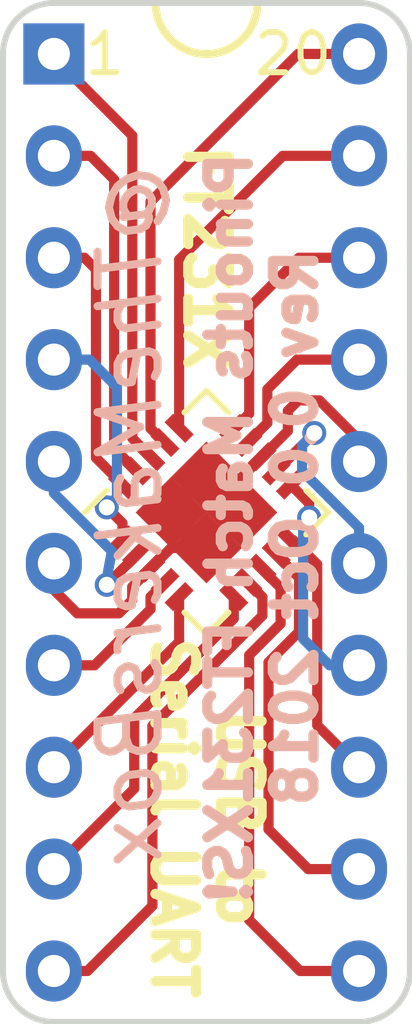
<source format=kicad_pcb>
(kicad_pcb (version 4) (host pcbnew 4.0.6)

  (general
    (links 25)
    (no_connects 0)
    (area 152.324999 92.634999 162.635001 118.185001)
    (thickness 1.6)
    (drawings 12)
    (tracks 122)
    (zones 0)
    (modules 2)
    (nets 20)
  )

  (page A4)
  (layers
    (0 F.Cu signal hide)
    (31 B.Cu signal hide)
    (32 B.Adhes user)
    (33 F.Adhes user)
    (34 B.Paste user)
    (35 F.Paste user)
    (36 B.SilkS user)
    (37 F.SilkS user)
    (38 B.Mask user)
    (39 F.Mask user)
    (40 Dwgs.User user)
    (41 Cmts.User user)
    (42 Eco1.User user)
    (43 Eco2.User user)
    (44 Edge.Cuts user)
    (45 Margin user)
    (46 B.CrtYd user)
    (47 F.CrtYd user)
    (48 B.Fab user)
    (49 F.Fab user)
  )

  (setup
    (last_trace_width 0.25)
    (user_trace_width 0.254)
    (user_trace_width 0.3048)
    (trace_clearance 0.2)
    (zone_clearance 0.508)
    (zone_45_only no)
    (trace_min 0.2)
    (segment_width 0.2)
    (edge_width 0.15)
    (via_size 0.6)
    (via_drill 0.4)
    (via_min_size 0.4)
    (via_min_drill 0.3)
    (uvia_size 0.3)
    (uvia_drill 0.1)
    (uvias_allowed no)
    (uvia_min_size 0.2)
    (uvia_min_drill 0.1)
    (pcb_text_width 0.3)
    (pcb_text_size 1.5 1.5)
    (mod_edge_width 0.15)
    (mod_text_size 1 1)
    (mod_text_width 0.15)
    (pad_size 1.397 1.524)
    (pad_drill 0.8)
    (pad_to_mask_clearance 0.0254)
    (aux_axis_origin 0 0)
    (visible_elements 7FFFFFFF)
    (pcbplotparams
      (layerselection 0x00030_80000001)
      (usegerberextensions false)
      (excludeedgelayer true)
      (linewidth 0.100000)
      (plotframeref false)
      (viasonmask false)
      (mode 1)
      (useauxorigin false)
      (hpglpennumber 1)
      (hpglpenspeed 20)
      (hpglpendiameter 15)
      (hpglpenoverlay 2)
      (psnegative false)
      (psa4output false)
      (plotreference true)
      (plotvalue true)
      (plotinvisibletext false)
      (padsonsilk false)
      (subtractmaskfromsilk false)
      (outputformat 1)
      (mirror false)
      (drillshape 1)
      (scaleselection 1)
      (outputdirectory ""))
  )

  (net 0 "")
  (net 1 "Net-(U1-Pad1)")
  (net 2 "Net-(U1-Pad2)")
  (net 3 "Net-(U1-Pad4)")
  (net 4 "Net-(U1-Pad5)")
  (net 5 "Net-(U1-Pad6)")
  (net 6 "Net-(U1-Pad7)")
  (net 7 "Net-(U1-Pad8)")
  (net 8 "Net-(U1-Pad9)")
  (net 9 "Net-(U1-Pad10)")
  (net 10 "Net-(U1-Pad11)")
  (net 11 "Net-(U1-Pad12)")
  (net 12 "Net-(U1-Pad14)")
  (net 13 "Net-(U1-Pad15)")
  (net 14 "Net-(U1-Pad16)")
  (net 15 "Net-(U1-Pad17)")
  (net 16 "Net-(U1-Pad18)")
  (net 17 "Net-(U1-Pad19)")
  (net 18 "Net-(U1-Pad20)")
  (net 19 GND)

  (net_class Default "This is the default net class."
    (clearance 0.2)
    (trace_width 0.25)
    (via_dia 0.6)
    (via_drill 0.4)
    (uvia_dia 0.3)
    (uvia_drill 0.1)
    (add_net GND)
    (add_net "Net-(U1-Pad1)")
    (add_net "Net-(U1-Pad10)")
    (add_net "Net-(U1-Pad11)")
    (add_net "Net-(U1-Pad12)")
    (add_net "Net-(U1-Pad14)")
    (add_net "Net-(U1-Pad15)")
    (add_net "Net-(U1-Pad16)")
    (add_net "Net-(U1-Pad17)")
    (add_net "Net-(U1-Pad18)")
    (add_net "Net-(U1-Pad19)")
    (add_net "Net-(U1-Pad2)")
    (add_net "Net-(U1-Pad20)")
    (add_net "Net-(U1-Pad4)")
    (add_net "Net-(U1-Pad5)")
    (add_net "Net-(U1-Pad6)")
    (add_net "Net-(U1-Pad7)")
    (add_net "Net-(U1-Pad8)")
    (add_net "Net-(U1-Pad9)")
  )

  (module Housings_DIP:DIP-20_W7.62mm (layer F.Cu) (tedit 5BB6A5B8) (tstamp 5BB504EE)
    (at 153.67 93.98)
    (descr "20-lead though-hole mounted DIP package, row spacing 7.62 mm (300 mils)")
    (tags "THT DIP DIL PDIP 2.54mm 7.62mm 300mil")
    (path /5BB502B8)
    (fp_text reference U2 (at 3.81 -2.33) (layer F.SilkS) hide
      (effects (font (size 1 1) (thickness 0.15)))
    )
    (fp_text value FT231XS (at 3.81 25.19) (layer F.Fab)
      (effects (font (size 1 1) (thickness 0.15)))
    )
    (fp_text user 20 (at 5.969 0) (layer F.SilkS)
      (effects (font (size 1 1) (thickness 0.15)))
    )
    (fp_text user 1 (at 1.27 0) (layer F.SilkS)
      (effects (font (size 1 1) (thickness 0.15)))
    )
    (fp_arc (start 3.81 -1.27) (end 5.08 -1.27) (angle 90) (layer F.SilkS) (width 0.2))
    (fp_arc (start 3.81 -1.27) (end 3.81 0) (angle 90) (layer F.SilkS) (width 0.2))
    (fp_line (start 1.635 -1.27) (end 6.985 -1.27) (layer F.Fab) (width 0.1))
    (fp_line (start 6.985 -1.27) (end 6.985 24.13) (layer F.Fab) (width 0.1))
    (fp_line (start 6.985 24.13) (end 0.635 24.13) (layer F.Fab) (width 0.1))
    (fp_line (start 0.635 24.13) (end 0.635 -0.27) (layer F.Fab) (width 0.1))
    (fp_line (start 0.635 -0.27) (end 1.635 -1.27) (layer F.Fab) (width 0.1))
    (fp_line (start -1.1 -1.55) (end -1.1 24.4) (layer F.CrtYd) (width 0.05))
    (fp_line (start -1.1 24.4) (end 8.7 24.4) (layer F.CrtYd) (width 0.05))
    (fp_line (start 8.7 24.4) (end 8.7 -1.55) (layer F.CrtYd) (width 0.05))
    (fp_line (start 8.7 -1.55) (end -1.1 -1.55) (layer F.CrtYd) (width 0.05))
    (fp_text user %R (at 3.81 11.43) (layer F.Fab)
      (effects (font (size 1 1) (thickness 0.15)))
    )
    (pad 1 thru_hole rect (at 0 0) (size 1.524 1.524) (drill 0.8) (layers *.Cu *.Mask)
      (net 16 "Net-(U1-Pad18)"))
    (pad 11 thru_hole oval (at 7.62 22.86) (size 1.397 1.524) (drill 0.8) (layers *.Cu *.Mask)
      (net 7 "Net-(U1-Pad8)"))
    (pad 2 thru_hole oval (at 0 2.54) (size 1.397 1.524) (drill 0.8) (layers *.Cu *.Mask)
      (net 17 "Net-(U1-Pad19)"))
    (pad 12 thru_hole oval (at 7.62 20.32) (size 1.397 1.524) (drill 0.8) (layers *.Cu *.Mask)
      (net 8 "Net-(U1-Pad9)"))
    (pad 3 thru_hole oval (at 0 5.08) (size 1.397 1.524) (drill 0.8) (layers *.Cu *.Mask)
      (net 18 "Net-(U1-Pad20)"))
    (pad 13 thru_hole oval (at 7.62 17.78) (size 1.397 1.524) (drill 0.8) (layers *.Cu *.Mask)
      (net 9 "Net-(U1-Pad10)"))
    (pad 4 thru_hole oval (at 0 7.62) (size 1.397 1.524) (drill 0.8) (layers *.Cu *.Mask)
      (net 1 "Net-(U1-Pad1)"))
    (pad 14 thru_hole oval (at 7.62 15.24) (size 1.397 1.524) (drill 0.8) (layers *.Cu *.Mask)
      (net 10 "Net-(U1-Pad11)"))
    (pad 5 thru_hole oval (at 0 10.16) (size 1.397 1.524) (drill 0.8) (layers *.Cu *.Mask)
      (net 2 "Net-(U1-Pad2)"))
    (pad 15 thru_hole oval (at 7.62 12.7) (size 1.397 1.524) (drill 0.8) (layers *.Cu *.Mask)
      (net 11 "Net-(U1-Pad12)"))
    (pad 6 thru_hole oval (at 0 12.7) (size 1.397 1.524) (drill 0.8) (layers *.Cu *.Mask)
      (net 19 GND))
    (pad 16 thru_hole oval (at 7.62 10.16) (size 1.397 1.524) (drill 0.8) (layers *.Cu *.Mask)
      (net 19 GND))
    (pad 7 thru_hole oval (at 0 15.24) (size 1.397 1.524) (drill 0.8) (layers *.Cu *.Mask)
      (net 3 "Net-(U1-Pad4)"))
    (pad 17 thru_hole oval (at 7.62 7.62) (size 1.397 1.524) (drill 0.8) (layers *.Cu *.Mask)
      (net 12 "Net-(U1-Pad14)"))
    (pad 8 thru_hole oval (at 0 17.78) (size 1.397 1.524) (drill 0.8) (layers *.Cu *.Mask)
      (net 4 "Net-(U1-Pad5)"))
    (pad 18 thru_hole oval (at 7.62 5.08) (size 1.397 1.524) (drill 0.8) (layers *.Cu *.Mask)
      (net 13 "Net-(U1-Pad15)"))
    (pad 9 thru_hole oval (at 0 20.32) (size 1.397 1.524) (drill 0.8) (layers *.Cu *.Mask)
      (net 5 "Net-(U1-Pad6)"))
    (pad 19 thru_hole oval (at 7.62 2.54) (size 1.397 1.524) (drill 0.8) (layers *.Cu *.Mask)
      (net 14 "Net-(U1-Pad16)"))
    (pad 10 thru_hole oval (at 0 22.86) (size 1.397 1.524) (drill 0.8) (layers *.Cu *.Mask)
      (net 6 "Net-(U1-Pad7)"))
    (pad 20 thru_hole oval (at 7.62 0) (size 1.397 1.524) (drill 0.8) (layers *.Cu *.Mask)
      (net 15 "Net-(U1-Pad17)"))
  )

  (module Housings_DFN_QFN:QFN-20-1EP_4x4mm_Pitch0.5mm (layer F.Cu) (tedit 5BB513D9) (tstamp 5BB504D6)
    (at 157.48 105.41 45)
    (descr "20-Lead Plastic Quad Flat, No Lead Package (ML) - 4x4x0.9 mm Body [QFN]; (see Microchip Packaging Specification 00000049BS.pdf)")
    (tags "QFN 0.5")
    (path /5BB502F2)
    (attr smd)
    (fp_text reference U1 (at 0 -3.33 45) (layer F.SilkS) hide
      (effects (font (size 1 1) (thickness 0.15)))
    )
    (fp_text value FT231XQ (at 0 3.33 45) (layer F.Fab)
      (effects (font (size 1 1) (thickness 0.15)))
    )
    (fp_line (start -1 -2) (end 2 -2) (layer F.Fab) (width 0.15))
    (fp_line (start 2 -2) (end 2 2) (layer F.Fab) (width 0.15))
    (fp_line (start 2 2) (end -2 2) (layer F.Fab) (width 0.15))
    (fp_line (start -2 2) (end -2 -1) (layer F.Fab) (width 0.15))
    (fp_line (start -2 -1) (end -1 -2) (layer F.Fab) (width 0.15))
    (fp_line (start -2.6 -2.6) (end -2.6 2.6) (layer F.CrtYd) (width 0.05))
    (fp_line (start 2.6 -2.6) (end 2.6 2.6) (layer F.CrtYd) (width 0.05))
    (fp_line (start -2.6 -2.6) (end 2.6 -2.6) (layer F.CrtYd) (width 0.05))
    (fp_line (start -2.6 2.6) (end 2.6 2.6) (layer F.CrtYd) (width 0.05))
    (fp_line (start 2.15 -2.15) (end 2.15 -1.375) (layer F.SilkS) (width 0.15))
    (fp_line (start -2.15 2.15) (end -2.15 1.375) (layer F.SilkS) (width 0.15))
    (fp_line (start 2.15 2.15) (end 2.15 1.375) (layer F.SilkS) (width 0.15))
    (fp_line (start -2.15 -2.15) (end -1.375 -2.15) (layer F.SilkS) (width 0.15))
    (fp_line (start -2.15 2.15) (end -1.375 2.15) (layer F.SilkS) (width 0.15))
    (fp_line (start 2.15 2.15) (end 1.375 2.15) (layer F.SilkS) (width 0.15))
    (fp_line (start 2.15 -2.15) (end 1.375 -2.15) (layer F.SilkS) (width 0.15))
    (pad 1 smd rect (at -1.965 -1 45) (size 0.73 0.3) (layers F.Cu F.Paste F.Mask)
      (net 1 "Net-(U1-Pad1)"))
    (pad 2 smd rect (at -1.965 -0.5 45) (size 0.73 0.3) (layers F.Cu F.Paste F.Mask)
      (net 2 "Net-(U1-Pad2)"))
    (pad 3 smd rect (at -1.965 0 45) (size 0.73 0.3) (layers F.Cu F.Paste F.Mask)
      (net 19 GND))
    (pad 4 smd rect (at -1.965 0.5 45) (size 0.73 0.3) (layers F.Cu F.Paste F.Mask)
      (net 3 "Net-(U1-Pad4)"))
    (pad 5 smd rect (at -1.965 1 45) (size 0.73 0.3) (layers F.Cu F.Paste F.Mask)
      (net 4 "Net-(U1-Pad5)"))
    (pad 6 smd rect (at -1 1.965 135) (size 0.73 0.3) (layers F.Cu F.Paste F.Mask)
      (net 5 "Net-(U1-Pad6)"))
    (pad 7 smd rect (at -0.5 1.965 135) (size 0.73 0.3) (layers F.Cu F.Paste F.Mask)
      (net 6 "Net-(U1-Pad7)"))
    (pad 8 smd rect (at 0 1.965 135) (size 0.73 0.3) (layers F.Cu F.Paste F.Mask)
      (net 7 "Net-(U1-Pad8)"))
    (pad 9 smd rect (at 0.5 1.965 135) (size 0.73 0.3) (layers F.Cu F.Paste F.Mask)
      (net 8 "Net-(U1-Pad9)"))
    (pad 10 smd rect (at 1 1.965 135) (size 0.73 0.3) (layers F.Cu F.Paste F.Mask)
      (net 9 "Net-(U1-Pad10)"))
    (pad 11 smd rect (at 1.965 1 45) (size 0.73 0.3) (layers F.Cu F.Paste F.Mask)
      (net 10 "Net-(U1-Pad11)"))
    (pad 12 smd rect (at 1.965 0.5 45) (size 0.73 0.3) (layers F.Cu F.Paste F.Mask)
      (net 11 "Net-(U1-Pad12)"))
    (pad 13 smd rect (at 1.965 0 45) (size 0.73 0.3) (layers F.Cu F.Paste F.Mask)
      (net 19 GND))
    (pad 14 smd rect (at 1.965 -0.5 45) (size 0.73 0.3) (layers F.Cu F.Paste F.Mask)
      (net 12 "Net-(U1-Pad14)"))
    (pad 15 smd rect (at 1.965 -1 45) (size 0.73 0.3) (layers F.Cu F.Paste F.Mask)
      (net 13 "Net-(U1-Pad15)"))
    (pad 16 smd rect (at 1 -1.965 135) (size 0.73 0.3) (layers F.Cu F.Paste F.Mask)
      (net 14 "Net-(U1-Pad16)"))
    (pad 17 smd rect (at 0.5 -1.965 135) (size 0.73 0.3) (layers F.Cu F.Paste F.Mask)
      (net 15 "Net-(U1-Pad17)"))
    (pad 18 smd rect (at 0 -1.965 135) (size 0.73 0.3) (layers F.Cu F.Paste F.Mask)
      (net 16 "Net-(U1-Pad18)"))
    (pad 19 smd rect (at -0.5 -1.965 135) (size 0.73 0.3) (layers F.Cu F.Paste F.Mask)
      (net 17 "Net-(U1-Pad19)"))
    (pad 20 smd rect (at -1 -1.965 135) (size 0.73 0.3) (layers F.Cu F.Paste F.Mask)
      (net 18 "Net-(U1-Pad20)"))
    (pad 21 smd rect (at 0.625 0.625 45) (size 1.25 1.25) (layers F.Cu F.Paste F.Mask)
      (net 19 GND) (solder_paste_margin_ratio -0.2))
    (pad 21 smd rect (at 0.625 -0.625 45) (size 1.25 1.25) (layers F.Cu F.Paste F.Mask)
      (net 19 GND) (solder_paste_margin_ratio -0.2))
    (pad 21 smd rect (at -0.625 0.625 45) (size 1.25 1.25) (layers F.Cu F.Paste F.Mask)
      (net 19 GND) (solder_paste_margin_ratio -0.2))
    (pad 21 smd rect (at -0.625 -0.625 45) (size 1.25 1.25) (layers F.Cu F.Paste F.Mask)
      (net 19 GND) (solder_paste_margin_ratio -0.2))
    (model ${KISYS3DMOD}/Housings_DFN_QFN.3dshapes/QFN-20-1EP_4x4mm_Pitch0.5mm.wrl
      (at (xyz 0 0 0))
      (scale (xyz 1 1 1))
      (rotate (xyz 0 0 0))
    )
  )

  (gr_text "USB to\nSerial UART" (at 157.48 113.03 270) (layer F.SilkS)
    (effects (font (size 1.016 1.016) (thickness 0.254)))
  )
  (gr_text "Pinouts Match FT231XS!\nRev 0.0 Oct 2018" (at 158.877 105.791 90) (layer B.SilkS)
    (effects (font (size 1.016 1.016) (thickness 0.254)) (justify mirror))
  )
  (gr_text @TheMakersBox (at 155.575 105.41 90) (layer B.SilkS)
    (effects (font (size 1.5 1.5) (thickness 0.2) italic) (justify mirror))
  )
  (gr_text FT231X (at 157.48 99.06 270) (layer F.SilkS)
    (effects (font (size 1.016 1.016) (thickness 0.254)))
  )
  (gr_line (start 152.4 93.98) (end 152.4 116.84) (angle 90) (layer Edge.Cuts) (width 0.15))
  (gr_line (start 161.29 92.71) (end 153.67 92.71) (angle 90) (layer Edge.Cuts) (width 0.15))
  (gr_line (start 162.56 116.84) (end 162.56 93.98) (angle 90) (layer Edge.Cuts) (width 0.15))
  (gr_line (start 153.67 118.11) (end 161.29 118.11) (angle 90) (layer Edge.Cuts) (width 0.15))
  (gr_arc (start 161.29 116.84) (end 162.56 116.84) (angle 90) (layer Edge.Cuts) (width 0.15))
  (gr_arc (start 153.67 116.84) (end 153.67 118.11) (angle 90) (layer Edge.Cuts) (width 0.15))
  (gr_arc (start 161.29 93.98) (end 161.29 92.71) (angle 90) (layer Edge.Cuts) (width 0.15))
  (gr_arc (start 153.67 93.98) (end 152.4 93.98) (angle 90) (layer Edge.Cuts) (width 0.15))

  (segment (start 155.383428 106.092358) (end 155.383428 105.675628) (width 0.254) (layer F.Cu) (net 1))
  (segment (start 154.559 101.6) (end 153.67 101.6) (width 0.254) (layer B.Cu) (net 1) (tstamp 5BB5090A))
  (segment (start 155.2448 102.2858) (end 154.559 101.6) (width 0.254) (layer B.Cu) (net 1) (tstamp 5BB50908))
  (segment (start 155.2448 105.029) (end 155.2448 102.2858) (width 0.254) (layer B.Cu) (net 1) (tstamp 5BB50907))
  (segment (start 154.9908 105.283) (end 155.2448 105.029) (width 0.254) (layer B.Cu) (net 1) (tstamp 5BB50906))
  (via (at 154.9908 105.283) (size 0.6) (drill 0.4) (layers F.Cu B.Cu) (net 1))
  (segment (start 155.383428 105.675628) (end 154.9908 105.283) (width 0.254) (layer F.Cu) (net 1) (tstamp 5BB508FB))
  (segment (start 155.736982 106.445911) (end 155.736982 106.467218) (width 0.254) (layer F.Cu) (net 2))
  (segment (start 155.736982 106.467218) (end 154.9908 107.2134) (width 0.254) (layer F.Cu) (net 2) (tstamp 5BB50912))
  (via (at 154.9908 107.2134) (size 0.6) (drill 0.4) (layers F.Cu B.Cu) (net 2))
  (segment (start 154.9908 107.2134) (end 154.9654 107.188) (width 0.254) (layer B.Cu) (net 2) (tstamp 5BB50917))
  (segment (start 154.9654 107.188) (end 155.1178 106.3752) (width 0.254) (layer B.Cu) (net 2) (tstamp 5BB50918))
  (segment (start 155.1178 106.3752) (end 153.67 104.9274) (width 0.254) (layer B.Cu) (net 2) (tstamp 5BB50919))
  (segment (start 153.67 104.9274) (end 153.67 104.14) (width 0.254) (layer B.Cu) (net 2) (tstamp 5BB5091C))
  (segment (start 156.444089 107.153018) (end 156.444089 107.153913) (width 0.254) (layer F.Cu) (net 3))
  (segment (start 156.444089 107.153913) (end 156.083 107.515002) (width 0.254) (layer F.Cu) (net 3) (tstamp 5BB50954))
  (segment (start 156.083 107.515002) (end 156.083 107.823) (width 0.254) (layer F.Cu) (net 3) (tstamp 5BB50957))
  (segment (start 156.083 107.823) (end 154.686 109.22) (width 0.254) (layer F.Cu) (net 3) (tstamp 5BB5095C))
  (segment (start 154.686 109.22) (end 153.67 109.22) (width 0.254) (layer F.Cu) (net 3) (tstamp 5BB50960))
  (segment (start 156.797642 107.506572) (end 156.797642 108.632358) (width 0.254) (layer F.Cu) (net 4))
  (segment (start 156.797642 108.632358) (end 153.67 111.76) (width 0.254) (layer F.Cu) (net 4) (tstamp 5BB50964))
  (segment (start 158.162358 107.506572) (end 158.162358 108.055042) (width 0.254) (layer F.Cu) (net 5))
  (segment (start 155.6766 112.2934) (end 153.67 114.3) (width 0.254) (layer F.Cu) (net 5) (tstamp 5BB50977))
  (segment (start 155.6766 110.5408) (end 155.6766 112.2934) (width 0.254) (layer F.Cu) (net 5) (tstamp 5BB50975))
  (segment (start 158.162358 108.055042) (end 155.6766 110.5408) (width 0.254) (layer F.Cu) (net 5) (tstamp 5BB50970))
  (segment (start 158.515911 107.153018) (end 158.515911 107.157111) (width 0.254) (layer F.Cu) (net 6))
  (segment (start 158.515911 107.157111) (end 158.877 107.5182) (width 0.254) (layer F.Cu) (net 6) (tstamp 5BB51140))
  (segment (start 156.130602 115.217598) (end 154.5082 116.84) (width 0.254) (layer F.Cu) (net 6) (tstamp 5BB509EC))
  (segment (start 154.5082 116.84) (end 153.67 116.84) (width 0.254) (layer F.Cu) (net 6) (tstamp 5BB509F1))
  (segment (start 156.130602 110.772598) (end 156.130602 115.217598) (width 0.254) (layer F.Cu) (net 6))
  (segment (start 156.130602 110.728854) (end 156.130602 110.772598) (width 0.254) (layer F.Cu) (net 6) (tstamp 5BB51150))
  (segment (start 158.877 107.982456) (end 156.130602 110.728854) (width 0.254) (layer F.Cu) (net 6) (tstamp 5BB5114D))
  (segment (start 158.877 107.5182) (end 158.877 107.982456) (width 0.254) (layer F.Cu) (net 6) (tstamp 5BB51148))
  (segment (start 158.515911 107.153018) (end 158.537218 107.153018) (width 0.254) (layer F.Cu) (net 6))
  (segment (start 158.869465 106.799465) (end 158.869465 106.824865) (width 0.254) (layer F.Cu) (net 7))
  (segment (start 158.869465 106.824865) (end 159.331002 107.286402) (width 0.254) (layer F.Cu) (net 7) (tstamp 5BB5116E))
  (segment (start 159.331002 107.286402) (end 159.331002 108.181798) (width 0.254) (layer F.Cu) (net 7) (tstamp 5BB51173))
  (segment (start 159.331002 108.181798) (end 158.5468 108.966) (width 0.254) (layer F.Cu) (net 7) (tstamp 5BB51175))
  (segment (start 158.5468 108.966) (end 158.5468 115.57) (width 0.254) (layer F.Cu) (net 7) (tstamp 5BB5117B))
  (segment (start 158.5468 115.57) (end 159.8168 116.84) (width 0.254) (layer F.Cu) (net 7) (tstamp 5BB5117D))
  (segment (start 159.8168 116.84) (end 161.29 116.84) (width 0.254) (layer F.Cu) (net 7) (tstamp 5BB5117E))
  (segment (start 159.223018 106.445911) (end 159.223018 106.467218) (width 0.254) (layer F.Cu) (net 8))
  (segment (start 159.223018 106.467218) (end 159.7914 107.0356) (width 0.254) (layer F.Cu) (net 8) (tstamp 5BB51187))
  (segment (start 160.02 114.3) (end 161.29 114.3) (width 0.254) (layer F.Cu) (net 8) (tstamp 5BB5119B))
  (segment (start 159.0294 113.3094) (end 160.02 114.3) (width 0.254) (layer F.Cu) (net 8) (tstamp 5BB51199))
  (segment (start 159.0294 109.1438) (end 159.0294 113.3094) (width 0.254) (layer F.Cu) (net 8) (tstamp 5BB51197))
  (segment (start 159.7914 108.3818) (end 159.0294 109.1438) (width 0.254) (layer F.Cu) (net 8) (tstamp 5BB5118D))
  (segment (start 159.7914 107.0356) (end 159.7914 108.3818) (width 0.254) (layer F.Cu) (net 8) (tstamp 5BB5118C))
  (segment (start 159.223018 106.445911) (end 159.230309 106.445911) (width 0.254) (layer F.Cu) (net 8))
  (segment (start 159.576572 106.092358) (end 159.635558 106.092358) (width 0.254) (layer F.Cu) (net 9))
  (segment (start 159.635558 106.092358) (end 160.245402 106.702202) (width 0.254) (layer F.Cu) (net 9) (tstamp 5BB511A0))
  (segment (start 160.245402 110.715402) (end 161.29 111.76) (width 0.254) (layer F.Cu) (net 9) (tstamp 5BB511A4))
  (segment (start 160.245402 106.702202) (end 160.245402 110.715402) (width 0.254) (layer F.Cu) (net 9) (tstamp 5BB511A2))
  (segment (start 159.576572 106.092358) (end 159.584758 106.092358) (width 0.254) (layer F.Cu) (net 9))
  (segment (start 159.576572 104.727642) (end 159.591642 104.727642) (width 0.254) (layer F.Cu) (net 10))
  (segment (start 159.591642 104.727642) (end 160.0454 105.1814) (width 0.254) (layer F.Cu) (net 10) (tstamp 5BB510AF))
  (segment (start 160.0454 105.1814) (end 160.0454 105.537) (width 0.254) (layer F.Cu) (net 10) (tstamp 5BB510B2))
  (via (at 160.0454 105.537) (size 0.6) (drill 0.4) (layers F.Cu B.Cu) (net 10))
  (segment (start 160.0454 105.537) (end 159.893 105.6386) (width 0.254) (layer B.Cu) (net 10) (tstamp 5BB51076))
  (segment (start 159.893 105.6386) (end 159.893 108.5596) (width 0.254) (layer B.Cu) (net 10) (tstamp 5BB51077))
  (segment (start 159.893 108.5596) (end 160.5534 109.22) (width 0.254) (layer B.Cu) (net 10) (tstamp 5BB5107E))
  (segment (start 160.5534 109.22) (end 161.29 109.22) (width 0.254) (layer B.Cu) (net 10) (tstamp 5BB5107F))
  (segment (start 160.1724 103.4288) (end 159.8676 103.7336) (width 0.254) (layer B.Cu) (net 11))
  (segment (start 159.8676 103.7336) (end 159.8676 104.3686) (width 0.254) (layer B.Cu) (net 11) (tstamp 5BB5109C))
  (segment (start 161.29 105.791) (end 161.29 106.68) (width 0.254) (layer B.Cu) (net 11) (tstamp 5BB510A4))
  (segment (start 159.8676 104.3686) (end 161.29 105.791) (width 0.254) (layer B.Cu) (net 11) (tstamp 5BB5109F))
  (segment (start 159.223018 104.374089) (end 159.227111 104.374089) (width 0.254) (layer F.Cu) (net 11))
  (segment (start 159.227111 104.374089) (end 160.1724 103.4288) (width 0.254) (layer F.Cu) (net 11) (tstamp 5BB508B9))
  (via (at 160.1724 103.4288) (size 0.6) (drill 0.4) (layers F.Cu B.Cu) (net 11))
  (segment (start 158.515911 103.666982) (end 158.515911 103.662889) (width 0.254) (layer F.Cu) (net 12))
  (segment (start 158.515911 103.662889) (end 159.000802 103.177998) (width 0.254) (layer F.Cu) (net 12) (tstamp 5BB5082E))
  (segment (start 159.000802 103.177998) (end 159.000802 102.339798) (width 0.254) (layer F.Cu) (net 12) (tstamp 5BB50831))
  (segment (start 159.000802 102.339798) (end 159.7406 101.6) (width 0.254) (layer F.Cu) (net 12) (tstamp 5BB50832))
  (segment (start 159.7406 101.6) (end 161.29 101.6) (width 0.254) (layer F.Cu) (net 12) (tstamp 5BB50834))
  (segment (start 158.162358 103.313428) (end 158.179572 103.313428) (width 0.254) (layer F.Cu) (net 13))
  (segment (start 158.179572 103.313428) (end 158.5468 102.9462) (width 0.254) (layer F.Cu) (net 13) (tstamp 5BB5081F))
  (segment (start 158.5468 102.9462) (end 158.5468 100.3046) (width 0.254) (layer F.Cu) (net 13) (tstamp 5BB50823))
  (segment (start 158.5468 100.3046) (end 159.7914 99.06) (width 0.254) (layer F.Cu) (net 13) (tstamp 5BB50826))
  (segment (start 159.7914 99.06) (end 161.29 99.06) (width 0.254) (layer F.Cu) (net 13) (tstamp 5BB5082A))
  (segment (start 156.797642 103.313428) (end 156.797642 99.107358) (width 0.254) (layer F.Cu) (net 14))
  (segment (start 159.385 96.52) (end 161.29 96.52) (width 0.254) (layer F.Cu) (net 14) (tstamp 5BB50721))
  (segment (start 156.797642 99.107358) (end 159.385 96.52) (width 0.254) (layer F.Cu) (net 14) (tstamp 5BB5071A))
  (segment (start 156.444089 103.666982) (end 156.435482 103.666982) (width 0.254) (layer F.Cu) (net 15))
  (segment (start 156.435482 103.666982) (end 156.083 103.3145) (width 0.254) (layer F.Cu) (net 15) (tstamp 5BB50725))
  (segment (start 156.083 103.3145) (end 156.083 97.663) (width 0.254) (layer F.Cu) (net 15) (tstamp 5BB50728))
  (segment (start 156.083 97.663) (end 159.766 93.98) (width 0.254) (layer F.Cu) (net 15) (tstamp 5BB5072A))
  (segment (start 159.766 93.98) (end 161.29 93.98) (width 0.254) (layer F.Cu) (net 15) (tstamp 5BB50731))
  (segment (start 153.67 93.98) (end 153.67 94.0562) (width 0.254) (layer F.Cu) (net 16))
  (segment (start 153.67 94.0562) (end 155.628998 96.015198) (width 0.254) (layer F.Cu) (net 16) (tstamp 5BB507A6))
  (segment (start 155.628998 96.015198) (end 155.628998 103.558998) (width 0.254) (layer F.Cu) (net 16) (tstamp 5BB507A7))
  (segment (start 155.628998 103.558998) (end 156.090535 104.020535) (width 0.254) (layer F.Cu) (net 16) (tstamp 5BB507A9))
  (segment (start 155.736982 104.374089) (end 155.732889 104.374089) (width 0.254) (layer F.Cu) (net 17))
  (segment (start 155.732889 104.374089) (end 155.174996 103.816196) (width 0.254) (layer F.Cu) (net 17) (tstamp 5BB507B0))
  (segment (start 154.5844 96.52) (end 153.67 96.52) (width 0.254) (layer F.Cu) (net 17) (tstamp 5BB507C9))
  (segment (start 155.174996 97.110596) (end 154.5844 96.52) (width 0.254) (layer F.Cu) (net 17) (tstamp 5BB507B8))
  (segment (start 155.174996 103.816196) (end 155.174996 97.110596) (width 0.254) (layer F.Cu) (net 17) (tstamp 5BB507B5))
  (segment (start 155.736982 104.374089) (end 155.736982 104.365482) (width 0.254) (layer F.Cu) (net 17))
  (segment (start 155.383428 104.727642) (end 155.383428 104.710428) (width 0.254) (layer F.Cu) (net 18))
  (segment (start 155.383428 104.710428) (end 154.720994 104.047994) (width 0.254) (layer F.Cu) (net 18) (tstamp 5BB50810))
  (segment (start 154.720994 99.348994) (end 154.432 99.06) (width 0.254) (layer F.Cu) (net 18) (tstamp 5BB50814))
  (segment (start 154.720994 104.047994) (end 154.720994 99.348994) (width 0.254) (layer F.Cu) (net 18) (tstamp 5BB50813))
  (segment (start 154.432 99.06) (end 153.67 99.06) (width 0.254) (layer F.Cu) (net 18) (tstamp 5BB5081A))
  (segment (start 154.432 99.06) (end 153.67 99.06) (width 0.254) (layer F.Cu) (net 18) (tstamp 5BB506FD))
  (segment (start 153.67 106.68) (end 153.67 107.2896) (width 0.254) (layer B.Cu) (net 19))
  (segment (start 161.29 103.632) (end 161.29 104.14) (width 0.254) (layer B.Cu) (net 19) (tstamp 5BB511D7))
  (segment (start 158.363883 105.41) (end 158.363883 104.526117) (width 0.254) (layer F.Cu) (net 19))
  (segment (start 158.363883 104.526117) (end 158.869465 104.020535) (width 0.254) (layer F.Cu) (net 19) (tstamp 5BB51306))
  (segment (start 157.48 106.293883) (end 156.596117 106.293883) (width 0.254) (layer F.Cu) (net 19))
  (segment (start 156.596117 106.293883) (end 156.090535 106.799465) (width 0.254) (layer F.Cu) (net 19) (tstamp 5BB512F6))
  (segment (start 156.090535 106.799465) (end 155.6258 107.2642) (width 0.254) (layer F.Cu) (net 19))
  (segment (start 154.2542 107.9246) (end 153.67 107.3404) (width 0.254) (layer F.Cu) (net 19) (tstamp 5BB5094E))
  (segment (start 155.2956 107.9246) (end 154.2542 107.9246) (width 0.254) (layer F.Cu) (net 19) (tstamp 5BB5094D))
  (segment (start 155.6258 107.5944) (end 155.2956 107.9246) (width 0.254) (layer F.Cu) (net 19) (tstamp 5BB5094A))
  (segment (start 155.6258 107.2642) (end 155.6258 107.5944) (width 0.254) (layer F.Cu) (net 19) (tstamp 5BB50947))
  (segment (start 153.67 107.3404) (end 153.67 106.68) (width 0.254) (layer F.Cu) (net 19) (tstamp 5BB50950))
  (segment (start 158.869465 104.020535) (end 159.4358 103.4542) (width 0.254) (layer F.Cu) (net 19))
  (segment (start 160.2994 102.616) (end 161.29 103.6066) (width 0.254) (layer F.Cu) (net 19) (tstamp 5BB508EE))
  (segment (start 159.772396 102.616) (end 160.2994 102.616) (width 0.254) (layer F.Cu) (net 19) (tstamp 5BB508EC))
  (segment (start 159.512 102.876396) (end 159.772396 102.616) (width 0.254) (layer F.Cu) (net 19) (tstamp 5BB508E8))
  (segment (start 159.512 103.378) (end 159.512 102.876396) (width 0.254) (layer F.Cu) (net 19) (tstamp 5BB508E2))
  (segment (start 159.4358 103.4542) (end 159.512 103.378) (width 0.254) (layer F.Cu) (net 19) (tstamp 5BB508DF))
  (segment (start 161.29 103.6066) (end 161.29 104.14) (width 0.254) (layer F.Cu) (net 19) (tstamp 5BB508F0))

  (zone (net 19) (net_name GND) (layer F.Cu) (tstamp 5BB512B6) (hatch edge 0.508)
    (connect_pads (clearance 0.508))
    (min_thickness 0.254)
    (fill yes (arc_segments 16) (thermal_gap 0.508) (thermal_bridge_width 0.508))
    (polygon
      (pts
        (xy 165.1 120.65) (xy 149.86 120.65) (xy 149.86 91.44) (xy 165.1 91.44)
      )
    )
    (filled_polygon
      (pts
        (xy 153.797 106.553) (xy 153.817 106.553) (xy 153.817 106.807) (xy 153.797 106.807) (xy 153.797 106.827)
        (xy 153.543 106.827) (xy 153.543 106.807) (xy 153.523 106.807) (xy 153.523 106.553) (xy 153.543 106.553)
        (xy 153.543 106.533) (xy 153.797 106.533)
      )
    )
    (filled_polygon
      (pts
        (xy 157.673748 104.511975) (xy 157.659605 104.526117) (xy 158.363883 105.230395) (xy 158.378026 105.216253) (xy 158.557631 105.395858)
        (xy 158.543488 105.41) (xy 158.557631 105.424143) (xy 158.378026 105.603748) (xy 158.363883 105.589605) (xy 157.659605 106.293883)
        (xy 157.673748 106.308026) (xy 157.494143 106.487631) (xy 157.48 106.473488) (xy 157.465858 106.487631) (xy 157.286253 106.308026)
        (xy 157.300395 106.293883) (xy 156.596117 105.589605) (xy 156.581975 105.603748) (xy 156.40237 105.424143) (xy 156.416512 105.41)
        (xy 156.775722 105.41) (xy 156.791101 105.425379) (xy 156.791101 105.619127) (xy 157.270873 106.098899) (xy 157.464621 106.098899)
        (xy 157.48 106.114278) (xy 157.495379 106.098899) (xy 157.689127 106.098899) (xy 158.168899 105.619127) (xy 158.168899 105.425379)
        (xy 158.184278 105.41) (xy 158.168899 105.394621) (xy 158.168899 105.200873) (xy 157.689127 104.721101) (xy 157.495379 104.721101)
        (xy 157.48 104.705722) (xy 157.464621 104.721101) (xy 157.270873 104.721101) (xy 156.791101 105.200873) (xy 156.791101 105.394621)
        (xy 156.775722 105.41) (xy 156.416512 105.41) (xy 156.40237 105.395858) (xy 156.581975 105.216253) (xy 156.596117 105.230395)
        (xy 157.300395 104.526117) (xy 157.286253 104.511975) (xy 157.465858 104.33237) (xy 157.48 104.346512) (xy 157.494143 104.33237)
      )
    )
    (filled_polygon
      (pts
        (xy 161.417 104.013) (xy 161.437 104.013) (xy 161.437 104.267) (xy 161.417 104.267) (xy 161.417 104.287)
        (xy 161.163 104.287) (xy 161.163 104.267) (xy 161.143 104.267) (xy 161.143 104.013) (xy 161.163 104.013)
        (xy 161.163 103.993) (xy 161.417 103.993)
      )
    )
  )
  (zone (net 19) (net_name GND) (layer B.Cu) (tstamp 5BB512C2) (hatch edge 0.508)
    (connect_pads (clearance 0.508))
    (min_thickness 0.254)
    (fill yes (arc_segments 16) (thermal_gap 0.508) (thermal_bridge_width 0.508))
    (polygon
      (pts
        (xy 166.37 121.92) (xy 148.59 121.92) (xy 148.59 90.17) (xy 166.37 90.17)
      )
    )
    (filled_polygon
      (pts
        (xy 153.797 106.553) (xy 153.817 106.553) (xy 153.817 106.807) (xy 153.797 106.807) (xy 153.797 106.827)
        (xy 153.543 106.827) (xy 153.543 106.807) (xy 153.523 106.807) (xy 153.523 106.553) (xy 153.543 106.553)
        (xy 153.543 106.533) (xy 153.797 106.533)
      )
    )
    (filled_polygon
      (pts
        (xy 161.417 104.013) (xy 161.437 104.013) (xy 161.437 104.267) (xy 161.417 104.267) (xy 161.417 104.287)
        (xy 161.163 104.287) (xy 161.163 104.267) (xy 161.143 104.267) (xy 161.143 104.013) (xy 161.163 104.013)
        (xy 161.163 103.993) (xy 161.417 103.993)
      )
    )
  )
)

</source>
